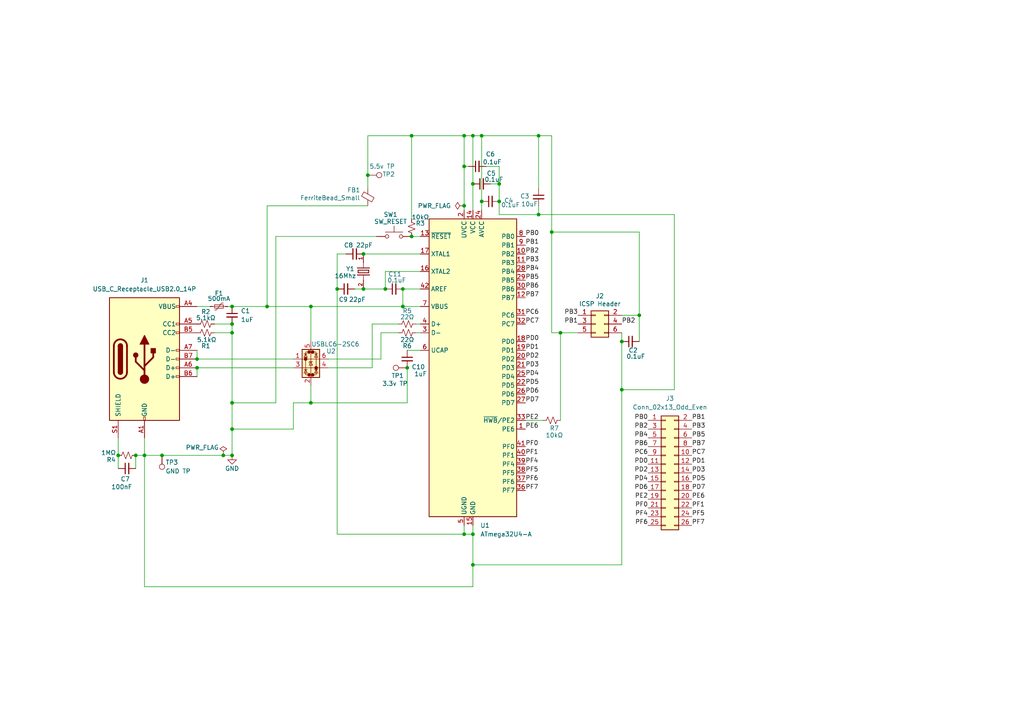
<source format=kicad_sch>
(kicad_sch (version 20250114) (generator "eeschema") (generator_version "9.0")
  (paper "A4")
  (title_block (date "2025-06-21") (rev "v0.2") (comment 3 "ATMEGA32U4 breakout microcontroller") (comment 4 "Author: Spencer Lommel"))
  (lib_symbols
    (symbol "Connector:TestPoint" (pin_numbers (hide yes)) (pin_names (offset 0.762) (hide yes))
      (property "Reference" "TP" (at 0 6.858 0))
      (property "Value" "TestPoint" (at 0 5.08 0))
      (symbol "TestPoint_0_1"
        (circle (center 0 3.302) (radius 0.762))
      )
      (symbol "TestPoint_1_1"
        (pin passive line (at 0 0 90) (length 2.54) (name "1") (number "1"))
      )
    )
    (symbol "Connector:USB_C_Receptacle_USB2.0_14P" (pin_names (offset 1.016))
      (property "Reference" "J" (at 0 22.225 0))
      (property "Value" "USB_C_Receptacle_USB2.0_14P" (at 0 19.685 0))
      (symbol "USB_C_Receptacle_USB2.0_14P_0_0"
        (rectangle (start -0.254 -17.78) (end 0.254 -16.764))
        (rectangle (start 10.16 15.494) (end 9.144 14.986))
        (rectangle (start 10.16 10.414) (end 9.144 9.906))
        (rectangle (start 10.16 7.874) (end 9.144 7.366))
        (rectangle (start 10.16 2.794) (end 9.144 2.286))
        (rectangle (start 10.16 0.254) (end 9.144 -0.254))
        (rectangle (start 10.16 -2.286) (end 9.144 -2.794))
        (rectangle (start 10.16 -4.826) (end 9.144 -5.334))
      )
      (symbol "USB_C_Receptacle_USB2.0_14P_0_1"
        (rectangle (start -10.16 17.78) (end 10.16 -17.78) (stroke (width 0.254)) (fill (type background)))
        (polyline (pts (xy -8.89 -3.81) (xy -8.89 3.81)) (stroke (width 0.508)))
        (rectangle (start -7.62 -3.81) (end -6.35 3.81) (stroke (width 0.254)) (fill (type outline)))
        (arc (start -7.62 3.81) (mid -6.985 4.4423) (end -6.35 3.81) (stroke (width 0.254)))
        (arc (start -7.62 3.81) (mid -6.985 4.4423) (end -6.35 3.81) (stroke (width 0.254)) (fill (type outline)))
        (arc (start -8.89 3.81) (mid -6.985 5.7067) (end -5.08 3.81) (stroke (width 0.508)))
        (arc (start -5.08 -3.81) (mid -6.985 -5.7067) (end -8.89 -3.81) (stroke (width 0.508)))
        (arc (start -6.35 -3.81) (mid -6.985 -4.4423) (end -7.62 -3.81) (stroke (width 0.254)))
        (arc (start -6.35 -3.81) (mid -6.985 -4.4423) (end -7.62 -3.81) (stroke (width 0.254)) (fill (type outline)))
        (polyline (pts (xy -5.08 3.81) (xy -5.08 -3.81)) (stroke (width 0.508)))
        (circle (center -2.54 1.143) (radius 0.635) (stroke (width 0.254)) (fill (type outline)))
        (polyline (pts (xy -1.27 4.318) (xy 0 6.858) (xy 1.27 4.318) (xy -1.27 4.318)) (stroke (width 0.254)) (fill (type outline)))
        (polyline (pts (xy 0 -2.032) (xy 2.54 0.508) (xy 2.54 1.778)) (stroke (width 0.508)))
        (polyline (pts (xy 0 -3.302) (xy -2.54 -0.762) (xy -2.54 0.508)) (stroke (width 0.508)))
        (polyline (pts (xy 0 -5.842) (xy 0 4.318)) (stroke (width 0.508)))
        (circle (center 0 -5.842) (radius 1.27) (fill (type outline)))
        (rectangle (start 1.905 1.778) (end 3.175 3.048) (stroke (width 0.254)) (fill (type outline)))
      )
      (symbol "USB_C_Receptacle_USB2.0_14P_1_1"
        (pin passive line (at -7.62 -22.86 90) (length 5.08) (name "SHIELD") (number "S1"))
        (pin passive line (at 0 -22.86 90) (length 5.08) (name "GND") (number "A1"))
        (pin passive line (at 0 -22.86 90) (length 5.08) (hide yes) (name "GND") (number "A12"))
        (pin passive line (at 0 -22.86 90) (length 5.08) (hide yes) (name "GND") (number "B1"))
        (pin passive line (at 0 -22.86 90) (length 5.08) (hide yes) (name "GND") (number "B12"))
        (pin passive line (at 15.24 15.24 180) (length 5.08) (name "VBUS") (number "A4"))
        (pin passive line (at 15.24 15.24 180) (length 5.08) (hide yes) (name "VBUS") (number "A9"))
        (pin passive line (at 15.24 15.24 180) (length 5.08) (hide yes) (name "VBUS") (number "B4"))
        (pin passive line (at 15.24 15.24 180) (length 5.08) (hide yes) (name "VBUS") (number "B9"))
        (pin bidirectional line (at 15.24 10.16 180) (length 5.08) (name "CC1") (number "A5"))
        (pin bidirectional line (at 15.24 7.62 180) (length 5.08) (name "CC2") (number "B5"))
        (pin bidirectional line (at 15.24 2.54 180) (length 5.08) (name "D-") (number "A7"))
        (pin bidirectional line (at 15.24 0 180) (length 5.08) (name "D-") (number "B7"))
        (pin bidirectional line (at 15.24 -2.54 180) (length 5.08) (name "D+") (number "A6"))
        (pin bidirectional line (at 15.24 -5.08 180) (length 5.08) (name "D+") (number "B6"))
      )
    )
    (symbol "Connector_Generic:Conn_02x03_Odd_Even" (pin_names (offset 1.016) (hide yes))
      (property "Reference" "J" (at 1.27 5.08 0))
      (property "Value" "Conn_02x03_Odd_Even" (at 1.27 -5.08 0))
      (symbol "Conn_02x03_Odd_Even_1_1"
        (rectangle (start -1.27 3.81) (end 3.81 -3.81) (stroke (width 0.254)) (fill (type background)))
        (rectangle (start -1.27 2.667) (end 0 2.413) (stroke (width 0.1524)))
        (rectangle (start -1.27 0.127) (end 0 -0.127) (stroke (width 0.1524)))
        (rectangle (start -1.27 -2.413) (end 0 -2.667) (stroke (width 0.1524)))
        (rectangle (start 3.81 2.667) (end 2.54 2.413) (stroke (width 0.1524)))
        (rectangle (start 3.81 0.127) (end 2.54 -0.127) (stroke (width 0.1524)))
        (rectangle (start 3.81 -2.413) (end 2.54 -2.667) (stroke (width 0.1524)))
        (pin passive line (at -5.08 2.54 0) (length 3.81) (name "Pin_1") (number "1"))
        (pin passive line (at -5.08 0 0) (length 3.81) (name "Pin_3") (number "3"))
        (pin passive line (at -5.08 -2.54 0) (length 3.81) (name "Pin_5") (number "5"))
        (pin passive line (at 7.62 2.54 180) (length 3.81) (name "Pin_2") (number "2"))
        (pin passive line (at 7.62 0 180) (length 3.81) (name "Pin_4") (number "4"))
        (pin passive line (at 7.62 -2.54 180) (length 3.81) (name "Pin_6") (number "6"))
      )
    )
    (symbol "Connector_Generic:Conn_02x13_Odd_Even" (pin_names (offset 1.016) (hide yes))
      (property "Reference" "J" (at 1.27 17.78 0))
      (property "Value" "Conn_02x13_Odd_Even" (at 1.27 -17.78 0))
      (symbol "Conn_02x13_Odd_Even_1_1"
        (rectangle (start -1.27 16.51) (end 3.81 -16.51) (stroke (width 0.254)) (fill (type background)))
        (rectangle (start -1.27 15.367) (end 0 15.113) (stroke (width 0.1524)))
        (rectangle (start -1.27 12.827) (end 0 12.573) (stroke (width 0.1524)))
        (rectangle (start -1.27 10.287) (end 0 10.033) (stroke (width 0.1524)))
        (rectangle (start -1.27 7.747) (end 0 7.493) (stroke (width 0.1524)))
        (rectangle (start -1.27 5.207) (end 0 4.953) (stroke (width 0.1524)))
        (rectangle (start -1.27 2.667) (end 0 2.413) (stroke (width 0.1524)))
        (rectangle (start -1.27 0.127) (end 0 -0.127) (stroke (width 0.1524)))
        (rectangle (start -1.27 -2.413) (end 0 -2.667) (stroke (width 0.1524)))
        (rectangle (start -1.27 -4.953) (end 0 -5.207) (stroke (width 0.1524)))
        (rectangle (start -1.27 -7.493) (end 0 -7.747) (stroke (width 0.1524)))
        (rectangle (start -1.27 -10.033) (end 0 -10.287) (stroke (width 0.1524)))
        (rectangle (start -1.27 -12.573) (end 0 -12.827) (stroke (width 0.1524)))
        (rectangle (start -1.27 -15.113) (end 0 -15.367) (stroke (width 0.1524)))
        (rectangle (start 3.81 15.367) (end 2.54 15.113) (stroke (width 0.1524)))
        (rectangle (start 3.81 12.827) (end 2.54 12.573) (stroke (width 0.1524)))
        (rectangle (start 3.81 10.287) (end 2.54 10.033) (stroke (width 0.1524)))
        (rectangle (start 3.81 7.747) (end 2.54 7.493) (stroke (width 0.1524)))
        (rectangle (start 3.81 5.207) (end 2.54 4.953) (stroke (width 0.1524)))
        (rectangle (start 3.81 2.667) (end 2.54 2.413) (stroke (width 0.1524)))
        (rectangle (start 3.81 0.127) (end 2.54 -0.127) (stroke (width 0.1524)))
        (rectangle (start 3.81 -2.413) (end 2.54 -2.667) (stroke (width 0.1524)))
        (rectangle (start 3.81 -4.953) (end 2.54 -5.207) (stroke (width 0.1524)))
        (rectangle (start 3.81 -7.493) (end 2.54 -7.747) (stroke (width 0.1524)))
        (rectangle (start 3.81 -10.033) (end 2.54 -10.287) (stroke (width 0.1524)))
        (rectangle (start 3.81 -12.573) (end 2.54 -12.827) (stroke (width 0.1524)))
        (rectangle (start 3.81 -15.113) (end 2.54 -15.367) (stroke (width 0.1524)))
        (pin passive line (at -5.08 15.24 0) (length 3.81) (name "Pin_1") (number "1"))
        (pin passive line (at -5.08 12.7 0) (length 3.81) (name "Pin_3") (number "3"))
        (pin passive line (at -5.08 10.16 0) (length 3.81) (name "Pin_5") (number "5"))
        (pin passive line (at -5.08 7.62 0) (length 3.81) (name "Pin_7") (number "7"))
        (pin passive line (at -5.08 5.08 0) (length 3.81) (name "Pin_9") (number "9"))
        (pin passive line (at -5.08 2.54 0) (length 3.81) (name "Pin_11") (number "11"))
        (pin passive line (at -5.08 0 0) (length 3.81) (name "Pin_13") (number "13"))
        (pin passive line (at -5.08 -2.54 0) (length 3.81) (name "Pin_15") (number "15"))
        (pin passive line (at -5.08 -5.08 0) (length 3.81) (name "Pin_17") (number "17"))
        (pin passive line (at -5.08 -7.62 0) (length 3.81) (name "Pin_19") (number "19"))
        (pin passive line (at -5.08 -10.16 0) (length 3.81) (name "Pin_21") (number "21"))
        (pin passive line (at -5.08 -12.7 0) (length 3.81) (name "Pin_23") (number "23"))
        (pin passive line (at -5.08 -15.24 0) (length 3.81) (name "Pin_25") (number "25"))
        (pin passive line (at 7.62 15.24 180) (length 3.81) (name "Pin_2") (number "2"))
        (pin passive line (at 7.62 12.7 180) (length 3.81) (name "Pin_4") (number "4"))
        (pin passive line (at 7.62 10.16 180) (length 3.81) (name "Pin_6") (number "6"))
        (pin passive line (at 7.62 7.62 180) (length 3.81) (name "Pin_8") (number "8"))
        (pin passive line (at 7.62 5.08 180) (length 3.81) (name "Pin_10") (number "10"))
        (pin passive line (at 7.62 2.54 180) (length 3.81) (name "Pin_12") (number "12"))
        (pin passive line (at 7.62 0 180) (length 3.81) (name "Pin_14") (number "14"))
        (pin passive line (at 7.62 -2.54 180) (length 3.81) (name "Pin_16") (number "16"))
        (pin passive line (at 7.62 -5.08 180) (length 3.81) (name "Pin_18") (number "18"))
        (pin passive line (at 7.62 -7.62 180) (length 3.81) (name "Pin_20") (number "20"))
        (pin passive line (at 7.62 -10.16 180) (length 3.81) (name "Pin_22") (number "22"))
        (pin passive line (at 7.62 -12.7 180) (length 3.81) (name "Pin_24") (number "24"))
        (pin passive line (at 7.62 -15.24 180) (length 3.81) (name "Pin_26") (number "26"))
      )
    )
    (symbol "Device:C_Small" (pin_numbers (hide yes)) (pin_names (offset 0.254) (hide yes))
      (property "Reference" "C" (at 0.254 1.778 0))
      (property "Value" "C_Small" (at 0.254 -2.032 0))
      (symbol "C_Small_0_1"
        (polyline (pts (xy -1.524 0.508) (xy 1.524 0.508)) (stroke (width 0.3048)))
        (polyline (pts (xy -1.524 -0.508) (xy 1.524 -0.508)) (stroke (width 0.3302)))
      )
      (symbol "C_Small_1_1"
        (pin passive line (at 0 2.54 270) (length 2.032) (name "~") (number "1"))
        (pin passive line (at 0 -2.54 90) (length 2.032) (name "~") (number "2"))
      )
    )
    (symbol "Device:FerriteBead_Small" (pin_numbers (hide yes)) (pin_names (offset 0))
      (property "Reference" "FB" (at 1.905 1.27 0))
      (property "Value" "FerriteBead_Small" (at 1.905 -1.27 0))
      (symbol "FerriteBead_Small_0_1"
        (polyline (pts (xy -1.8288 0.2794) (xy -1.1176 1.4986) (xy 1.8288 -0.2032) (xy 1.1176 -1.4224) (xy -1.8288 0.2794)))
        (polyline (pts (xy 0 0.889) (xy 0 1.2954)))
        (polyline (pts (xy 0 -1.27) (xy 0 -0.7874)))
      )
      (symbol "FerriteBead_Small_1_1"
        (pin passive line (at 0 2.54 270) (length 1.27) (name "~") (number "1"))
        (pin passive line (at 0 -2.54 90) (length 1.27) (name "~") (number "2"))
      )
    )
    (symbol "Device:Polyfuse_Small" (pin_numbers (hide yes)) (pin_names (offset 0))
      (property "Reference" "F" (at -1.905 0 90))
      (property "Value" "Polyfuse_Small" (at 1.905 0 90))
      (symbol "Polyfuse_Small_0_1"
        (polyline (pts (xy -1.016 1.27) (xy -1.016 0.762) (xy 1.016 -0.762) (xy 1.016 -1.27)))
        (rectangle (start -0.508 1.27) (end 0.508 -1.27))
        (polyline (pts (xy 0 2.54) (xy 0 -2.54)))
      )
      (symbol "Polyfuse_Small_1_1"
        (pin passive line (at 0 2.54 270) (length 0.635) (name "~") (number "1"))
        (pin passive line (at 0 -2.54 90) (length 0.635) (name "~") (number "2"))
      )
    )
    (symbol "Device:R_Small_US" (pin_numbers (hide yes)) (pin_names (offset 0.254) (hide yes))
      (property "Reference" "R" (at 0.762 0.508 0))
      (property "Value" "R_Small_US" (at 0.762 -1.016 0))
      (symbol "R_Small_US_1_1"
        (polyline (pts (xy 0 1.524) (xy 1.016 1.143) (xy 0 0.762) (xy -1.016 0.381) (xy 0 0)))
        (polyline (pts (xy 0 0) (xy 1.016 -0.381) (xy 0 -0.762) (xy -1.016 -1.143) (xy 0 -1.524)))
        (pin passive line (at 0 2.54 270) (length 1.016) (name "~") (number "1"))
        (pin passive line (at 0 -2.54 90) (length 1.016) (name "~") (number "2"))
      )
    )
    (symbol "ECS-160:ECS-160-20-5PX-TR" (pin_names (offset 1.016))
      (property "Reference" "Y" (at -5.0869 3.8152 0))
      (property "Value" "ECS-160-20-5PX-TR" (at -5.0903 -5.0903 0))
      (symbol "ECS-160-20-5PX-TR_0_0"
        (polyline (pts (xy -2.54 0) (xy -1.016 0)) (stroke (width 0.1524)))
        (polyline (pts (xy -1.016 1.778) (xy -1.016 -1.778)) (stroke (width 0.254)))
        (polyline (pts (xy -0.381 1.524) (xy -0.381 -1.524)) (stroke (width 0.254)))
        (polyline (pts (xy -0.381 -1.524) (xy 0.381 -1.524)) (stroke (width 0.254)))
        (polyline (pts (xy 0.381 1.524) (xy -0.381 1.524)) (stroke (width 0.254)))
        (polyline (pts (xy 0.381 -1.524) (xy 0.381 1.524)) (stroke (width 0.254)))
        (polyline (pts (xy 1.016 1.778) (xy 1.016 -1.778)) (stroke (width 0.254)))
        (polyline (pts (xy 1.016 0) (xy 2.54 0)) (stroke (width 0.1524)))
        (pin passive line (at -5.08 0 0) (length 2.54) (name "~") (number "1"))
        (pin passive line (at 5.08 0 180) (length 2.54) (name "~") (number "2"))
      )
    )
    (symbol "MCU_Microchip_ATmega:ATmega32U4-A"
      (property "Reference" "U" (at -12.7 44.45 0))
      (property "Value" "ATmega32U4-A" (at 2.54 -44.45 0))
      (symbol "ATmega32U4-A_0_1"
        (rectangle (start -12.7 -43.18) (end 12.7 43.18) (stroke (width 0.254)) (fill (type background)))
      )
      (symbol "ATmega32U4-A_1_1"
        (pin input line (at -15.24 38.1 0) (length 2.54) (name "~{RESET}") (number "13"))
        (pin input line (at -15.24 33.02 0) (length 2.54) (name "XTAL1") (number "17"))
        (pin output line (at -15.24 27.94 0) (length 2.54) (name "XTAL2") (number "16"))
        (pin passive line (at -15.24 22.86 0) (length 2.54) (name "AREF") (number "42"))
        (pin input line (at -15.24 17.78 0) (length 2.54) (name "VBUS") (number "7"))
        (pin bidirectional line (at -15.24 12.7 0) (length 2.54) (name "D+") (number "4"))
        (pin bidirectional line (at -15.24 10.16 0) (length 2.54) (name "D-") (number "3"))
        (pin passive line (at -15.24 5.08 0) (length 2.54) (name "UCAP") (number "6"))
        (pin power_in line (at -2.54 45.72 270) (length 2.54) (name "UVCC") (number "2"))
        (pin passive line (at -2.54 -45.72 90) (length 2.54) (name "UGND") (number "5"))
        (pin power_in line (at 0 45.72 270) (length 2.54) (name "VCC") (number "14"))
        (pin passive line (at 0 45.72 270) (length 2.54) (hide yes) (name "VCC") (number "34"))
        (pin power_in line (at 0 -45.72 90) (length 2.54) (name "GND") (number "15"))
        (pin passive line (at 0 -45.72 90) (length 2.54) (hide yes) (name "GND") (number "23"))
        (pin passive line (at 0 -45.72 90) (length 2.54) (hide yes) (name "GND") (number "35"))
        (pin passive line (at 0 -45.72 90) (length 2.54) (hide yes) (name "GND") (number "43"))
        (pin power_in line (at 2.54 45.72 270) (length 2.54) (name "AVCC") (number "24"))
        (pin passive line (at 2.54 45.72 270) (length 2.54) (hide yes) (name "AVCC") (number "44"))
        (pin bidirectional line (at 15.24 38.1 180) (length 2.54) (name "PB0") (number "8"))
        (pin bidirectional line (at 15.24 35.56 180) (length 2.54) (name "PB1") (number "9"))
        (pin bidirectional line (at 15.24 33.02 180) (length 2.54) (name "PB2") (number "10"))
        (pin bidirectional line (at 15.24 30.48 180) (length 2.54) (name "PB3") (number "11"))
        (pin bidirectional line (at 15.24 27.94 180) (length 2.54) (name "PB4") (number "28"))
        (pin bidirectional line (at 15.24 25.4 180) (length 2.54) (name "PB5") (number "29"))
        (pin bidirectional line (at 15.24 22.86 180) (length 2.54) (name "PB6") (number "30"))
        (pin bidirectional line (at 15.24 20.32 180) (length 2.54) (name "PB7") (number "12"))
        (pin bidirectional line (at 15.24 15.24 180) (length 2.54) (name "PC6") (number "31"))
        (pin bidirectional line (at 15.24 12.7 180) (length 2.54) (name "PC7") (number "32"))
        (pin bidirectional line (at 15.24 7.62 180) (length 2.54) (name "PD0") (number "18"))
        (pin bidirectional line (at 15.24 5.08 180) (length 2.54) (name "PD1") (number "19"))
        (pin bidirectional line (at 15.24 2.54 180) (length 2.54) (name "PD2") (number "20"))
        (pin bidirectional line (at 15.24 0 180) (length 2.54) (name "PD3") (number "21"))
        (pin bidirectional line (at 15.24 -2.54 180) (length 2.54) (name "PD4") (number "25"))
        (pin bidirectional line (at 15.24 -5.08 180) (length 2.54) (name "PD5") (number "22"))
        (pin bidirectional line (at 15.24 -7.62 180) (length 2.54) (name "PD6") (number "26"))
        (pin bidirectional line (at 15.24 -10.16 180) (length 2.54) (name "PD7") (number "27"))
        (pin bidirectional line (at 15.24 -15.24 180) (length 2.54) (name "~{HWB}/PE2") (number "33"))
        (pin bidirectional line (at 15.24 -17.78 180) (length 2.54) (name "PE6") (number "1"))
        (pin bidirectional line (at 15.24 -22.86 180) (length 2.54) (name "PF0") (number "41"))
        (pin bidirectional line (at 15.24 -25.4 180) (length 2.54) (name "PF1") (number "40"))
        (pin bidirectional line (at 15.24 -27.94 180) (length 2.54) (name "PF4") (number "39"))
        (pin bidirectional line (at 15.24 -30.48 180) (length 2.54) (name "PF5") (number "38"))
        (pin bidirectional line (at 15.24 -33.02 180) (length 2.54) (name "PF6") (number "37"))
        (pin bidirectional line (at 15.24 -35.56 180) (length 2.54) (name "PF7") (number "36"))
      )
    )
    (symbol "Power_Protection:USBLC6-2SC6" (pin_names (hide yes))
      (property "Reference" "U" (at 0.635 5.715 0))
      (property "Value" "USBLC6-2SC6" (at 0.635 3.81 0))
      (symbol "USBLC6-2SC6_0_0"
        (circle (center -1.524 0) (radius 0.0001) (stroke (width 0.508)))
        (circle (center -0.508 2.032) (radius 0.0001) (stroke (width 0.508)))
        (circle (center -0.508 -4.572) (radius 0.0001) (stroke (width 0.508)))
        (circle (center 0.508 2.032) (radius 0.0001) (stroke (width 0.508)))
        (circle (center 0.508 -4.572) (radius 0.0001) (stroke (width 0.508)))
        (circle (center 1.524 -2.54) (radius 0.0001) (stroke (width 0.508)))
      )
      (symbol "USBLC6-2SC6_0_1"
        (polyline (pts (xy -2.54 0) (xy 2.54 0)))
        (polyline (pts (xy -2.54 -2.54) (xy 2.54 -2.54)))
        (polyline (pts (xy -2.032 0.508) (xy -1.016 0.508) (xy -1.524 1.524) (xy -2.032 0.508)))
        (polyline (pts (xy -2.032 -3.048) (xy -1.016 -3.048)))
        (polyline (pts (xy -1.016 1.524) (xy -2.032 1.524)))
        (polyline (pts (xy -1.016 -4.064) (xy -2.032 -4.064) (xy -1.524 -3.048) (xy -1.016 -4.064)))
        (polyline (pts (xy -0.508 -1.143) (xy -0.508 -0.762) (xy 0.508 -0.762)))
        (polyline (pts (xy 0 2.54) (xy -0.508 2.032) (xy 0.508 2.032) (xy 0 1.524) (xy 0 -4.064) (xy -0.508 -4.572) (xy 0.508 -4.572) (xy 0 -5.08)))
        (polyline (pts (xy 0.508 -1.778) (xy -0.508 -1.778) (xy 0 -0.762) (xy 0.508 -1.778)))
        (polyline (pts (xy 1.016 1.524) (xy 2.032 1.524)))
        (polyline (pts (xy 1.016 -3.048) (xy 2.032 -3.048)))
        (polyline (pts (xy 2.032 0.508) (xy 1.016 0.508) (xy 1.524 1.524) (xy 2.032 0.508)))
        (polyline (pts (xy 2.032 -4.064) (xy 1.016 -4.064) (xy 1.524 -3.048) (xy 2.032 -4.064)))
      )
      (symbol "USBLC6-2SC6_1_1"
        (rectangle (start -2.54 2.794) (end 2.54 -5.334) (stroke (width 0.254)) (fill (type background)))
        (polyline (pts (xy -0.508 2.032) (xy -1.524 2.032) (xy -1.524 -4.572) (xy -0.508 -4.572)))
        (polyline (pts (xy 0.508 -4.572) (xy 1.524 -4.572) (xy 1.524 2.032) (xy 0.508 2.032)))
        (pin passive line (at -5.08 0 0) (length 2.54) (name "I/O1") (number "1"))
        (pin passive line (at -5.08 -2.54 0) (length 2.54) (name "I/O2") (number "3"))
        (pin passive line (at 0 5.08 270) (length 2.54) (name "VBUS") (number "5"))
        (pin passive line (at 0 -7.62 90) (length 2.54) (name "GND") (number "2"))
        (pin passive line (at 5.08 0 180) (length 2.54) (name "I/O1") (number "6"))
        (pin passive line (at 5.08 -2.54 180) (length 2.54) (name "I/O2") (number "4"))
      )
    )
    (symbol "Switch:SW_Push" (pin_numbers (hide yes)) (pin_names (offset 1.016) (hide yes))
      (property "Reference" "SW" (at 1.27 2.54 0))
      (property "Value" "SW_Push" (at 0 -1.524 0))
      (symbol "SW_Push_0_1"
        (circle (center -2.032 0) (radius 0.508))
        (polyline (pts (xy 0 1.27) (xy 0 3.048)))
        (circle (center 2.032 0) (radius 0.508))
        (polyline (pts (xy 2.54 1.27) (xy -2.54 1.27)))
        (pin passive line (at -5.08 0 0) (length 2.54) (name "1") (number "1"))
        (pin passive line (at 5.08 0 180) (length 2.54) (name "2") (number "2"))
      )
    )
    (symbol "power:GND" (power) (pin_numbers (hide yes)) (pin_names (offset 0) (hide yes))
      (property "Value" "GND" (at 0 -3.81 0))
      (symbol "GND_0_1"
        (polyline (pts (xy 0 0) (xy 0 -1.27) (xy 1.27 -1.27) (xy 0 -2.54) (xy -1.27 -1.27) (xy 0 -1.27)))
      )
      (symbol "GND_1_1"
        (pin power_in line (at 0 0 270) (length 0) (name "~") (number "1"))
      )
    )
    (symbol "power:PWR_FLAG" (power) (pin_numbers (hide yes)) (pin_names (offset 0) (hide yes))
      (property "Value" "PWR_FLAG" (at 0 3.81 0))
      (symbol "PWR_FLAG_0_0"
        (pin power_out line (at 0 0 90) (length 0) (name "~") (number "1"))
      )
      (symbol "PWR_FLAG_0_1"
        (polyline (pts (xy 0 0) (xy 0 1.27) (xy -1.016 1.905) (xy 0 2.54) (xy 1.016 1.905) (xy 0 1.27)))
      )
    )
  )
  (junction (at 137.16 53.34))
  (junction (at 180.34 113.03))
  (junction (at 137.16 163.83))
  (junction (at 105.41 83.82))
  (junction (at 105.41 73.66))
  (junction (at 144.78 58.42))
  (junction (at 144.78 53.34))
  (junction (at 156.21 62.23))
  (junction (at 57.15 104.14))
  (junction (at 90.17 116.84))
  (junction (at 116.84 83.82))
  (junction (at 106.68 50.8))
  (junction (at 64.77 132.08))
  (junction (at 118.11 106.68))
  (junction (at 134.62 39.37))
  (junction (at 162.56 96.52))
  (junction (at 67.31 96.52))
  (junction (at 67.31 132.08))
  (junction (at 156.21 39.37))
  (junction (at 180.34 99.06))
  (junction (at 116.84 88.9))
  (junction (at 39.37 132.08))
  (junction (at 97.79 83.82))
  (junction (at 119.38 68.58))
  (junction (at 77.47 88.9))
  (junction (at 134.62 48.26))
  (junction (at 137.16 154.94))
  (junction (at 139.7 39.37))
  (junction (at 67.31 93.98))
  (junction (at 46.99 132.08))
  (junction (at 111.76 83.82))
  (junction (at 137.16 39.37))
  (junction (at 67.31 88.9))
  (junction (at 119.38 39.37))
  (junction (at 134.62 59.69))
  (junction (at 57.15 106.68))
  (junction (at 67.31 116.84))
  (junction (at 34.29 132.08))
  (junction (at 134.62 154.94))
  (junction (at 67.31 124.46))
  (junction (at 160.02 67.31))
  (junction (at 90.17 88.9))
  (junction (at 41.91 132.08))
  (junction (at 185.42 91.44))
  (junction (at 139.7 58.42))
  (wire (pts (xy 140.97 48.26) (xy 144.78 48.26)))
  (wire (pts (xy 137.16 53.34) (xy 137.16 60.96)))
  (wire (pts (xy 67.31 96.52) (xy 67.31 116.84)))
  (wire (pts (xy 41.91 132.08) (xy 46.99 132.08)))
  (wire (pts (xy 180.34 96.52) (xy 180.34 99.06)))
  (wire (pts (xy 118.11 116.84) (xy 90.17 116.84)))
  (wire (pts (xy 156.21 39.37) (xy 160.02 39.37)))
  (wire (pts (xy 180.34 113.03) (xy 195.58 113.03)))
  (wire (pts (xy 90.17 88.9) (xy 90.17 99.06)))
  (wire (pts (xy 106.68 59.69) (xy 77.47 59.69)))
  (wire (pts (xy 137.16 163.83) (xy 137.16 154.94)))
  (wire (pts (xy 90.17 88.9) (xy 116.84 88.9)))
  (wire (pts (xy 180.34 113.03) (xy 180.34 163.83)))
  (wire (pts (xy 90.17 116.84) (xy 85.09 116.84)))
  (wire (pts (xy 106.68 50.8) (xy 106.68 54.61)))
  (wire (pts (xy 160.02 67.31) (xy 160.02 39.37)))
  (wire (pts (xy 160.02 96.52) (xy 160.02 67.31)))
  (wire (pts (xy 97.79 83.82) (xy 97.79 73.66)))
  (wire (pts (xy 97.79 73.66) (xy 100.33 73.66)))
  (wire (pts (xy 139.7 39.37) (xy 139.7 58.42)))
  (wire (pts (xy 137.16 39.37) (xy 137.16 53.34)))
  (wire (pts (xy 80.01 68.58) (xy 109.22 68.58)))
  (wire (pts (xy 119.38 39.37) (xy 134.62 39.37)))
  (wire (pts (xy 142.24 53.34) (xy 144.78 53.34)))
  (wire (pts (xy 67.31 88.9) (xy 77.47 88.9)))
  (wire (pts (xy 97.79 83.82) (xy 97.79 154.94)))
  (wire (pts (xy 80.01 68.58) (xy 80.01 116.84)))
  (wire (pts (xy 95.25 106.68) (xy 107.95 106.68)))
  (wire (pts (xy 137.16 39.37) (xy 139.7 39.37)))
  (wire (pts (xy 185.42 91.44) (xy 185.42 67.31)))
  (wire (pts (xy 39.37 135.89) (xy 39.37 132.08)))
  (wire (pts (xy 106.68 39.37) (xy 106.68 50.8)))
  (wire (pts (xy 111.76 78.74) (xy 111.76 83.82)))
  (wire (pts (xy 67.31 93.98) (xy 67.31 96.52)))
  (wire (pts (xy 41.91 132.08) (xy 41.91 170.18)))
  (wire (pts (xy 134.62 48.26) (xy 135.89 48.26)))
  (wire (pts (xy 134.62 39.37) (xy 137.16 39.37)))
  (wire (pts (xy 106.68 39.37) (xy 119.38 39.37)))
  (wire (pts (xy 180.34 91.44) (xy 185.42 91.44)))
  (wire (pts (xy 57.15 106.68) (xy 57.15 109.22)))
  (wire (pts (xy 134.62 59.69) (xy 134.62 60.96)))
  (wire (pts (xy 105.41 73.66) (xy 121.92 73.66)))
  (wire (pts (xy 64.77 132.08) (xy 67.31 132.08)))
  (wire (pts (xy 195.58 62.23) (xy 195.58 113.03)))
  (wire (pts (xy 180.34 99.06) (xy 180.34 113.03)))
  (wire (pts (xy 41.91 127) (xy 41.91 132.08)))
  (wire (pts (xy 137.16 154.94) (xy 137.16 152.4)))
  (wire (pts (xy 180.34 163.83) (xy 137.16 163.83)))
  (wire (pts (xy 156.21 39.37) (xy 156.21 54.61)))
  (wire (pts (xy 90.17 111.76) (xy 90.17 116.84)))
  (wire (pts (xy 67.31 116.84) (xy 67.31 124.46)))
  (wire (pts (xy 144.78 53.34) (xy 144.78 58.42)))
  (wire (pts (xy 120.65 96.52) (xy 121.92 96.52)))
  (wire (pts (xy 46.99 132.08) (xy 64.77 132.08)))
  (wire (pts (xy 144.78 48.26) (xy 144.78 53.34)))
  (wire (pts (xy 102.87 83.82) (xy 105.41 83.82)))
  (wire (pts (xy 119.38 68.58) (xy 121.92 68.58)))
  (wire (pts (xy 185.42 67.31) (xy 160.02 67.31)))
  (wire (pts (xy 111.76 83.82) (xy 105.41 83.82)))
  (wire (pts (xy 110.49 104.14) (xy 110.49 96.52)))
  (wire (pts (xy 39.37 132.08) (xy 41.91 132.08)))
  (wire (pts (xy 116.84 88.9) (xy 121.92 88.9)))
  (wire (pts (xy 152.4 121.92) (xy 157.48 121.92)))
  (wire (pts (xy 144.78 58.42) (xy 144.78 62.23)))
  (wire (pts (xy 85.09 116.84) (xy 85.09 124.46)))
  (wire (pts (xy 95.25 104.14) (xy 110.49 104.14)))
  (wire (pts (xy 137.16 170.18) (xy 137.16 163.83)))
  (wire (pts (xy 121.92 78.74) (xy 111.76 78.74)))
  (wire (pts (xy 134.62 154.94) (xy 137.16 154.94)))
  (wire (pts (xy 107.95 93.98) (xy 115.57 93.98)))
  (wire (pts (xy 85.09 124.46) (xy 67.31 124.46)))
  (wire (pts (xy 77.47 59.69) (xy 77.47 88.9)))
  (wire (pts (xy 118.11 106.68) (xy 118.11 116.84)))
  (wire (pts (xy 80.01 116.84) (xy 67.31 116.84)))
  (wire (pts (xy 57.15 106.68) (xy 85.09 106.68)))
  (wire (pts (xy 41.91 170.18) (xy 137.16 170.18)))
  (wire (pts (xy 156.21 62.23) (xy 195.58 62.23)))
  (wire (pts (xy 97.79 154.94) (xy 134.62 154.94)))
  (wire (pts (xy 162.56 96.52) (xy 162.56 121.92)))
  (wire (pts (xy 57.15 101.6) (xy 57.15 104.14)))
  (wire (pts (xy 134.62 152.4) (xy 134.62 154.94)))
  (wire (pts (xy 167.64 96.52) (xy 162.56 96.52)))
  (wire (pts (xy 162.56 96.52) (xy 160.02 96.52)))
  (wire (pts (xy 107.95 106.68) (xy 107.95 93.98)))
  (wire (pts (xy 116.84 83.82) (xy 121.92 83.82)))
  (wire (pts (xy 62.23 96.52) (xy 67.31 96.52)))
  (wire (pts (xy 134.62 39.37) (xy 134.62 48.26)))
  (wire (pts (xy 139.7 39.37) (xy 156.21 39.37)))
  (wire (pts (xy 134.62 48.26) (xy 134.62 59.69)))
  (wire (pts (xy 116.84 83.82) (xy 116.84 88.9)))
  (wire (pts (xy 67.31 124.46) (xy 67.31 132.08)))
  (wire (pts (xy 156.21 59.69) (xy 156.21 62.23)))
  (wire (pts (xy 118.11 101.6) (xy 121.92 101.6)))
  (wire (pts (xy 144.78 62.23) (xy 156.21 62.23)))
  (wire (pts (xy 57.15 104.14) (xy 85.09 104.14)))
  (wire (pts (xy 34.29 132.08) (xy 34.29 135.89)))
  (wire (pts (xy 34.29 127) (xy 34.29 132.08)))
  (wire (pts (xy 77.47 88.9) (xy 90.17 88.9)))
  (wire (pts (xy 66.04 88.9) (xy 67.31 88.9)))
  (wire (pts (xy 120.65 93.98) (xy 121.92 93.98)))
  (wire (pts (xy 57.15 88.9) (xy 60.96 88.9)))
  (wire (pts (xy 139.7 58.42) (xy 139.7 60.96)))
  (wire (pts (xy 185.42 91.44) (xy 185.42 99.06)))
  (wire (pts (xy 110.49 96.52) (xy 115.57 96.52)))
  (wire (pts (xy 119.38 39.37) (xy 119.38 63.5)))
  (wire (pts (xy 62.23 93.98) (xy 67.31 93.98)))
  (label "PB7" (at 200.66 129.54 0))
  (label "PF1" (at 152.4 132.08 0))
  (label "PF7" (at 152.4 142.24 0))
  (label "PD4" (at 152.4 109.22 0))
  (label "PB2" (at 187.96 124.46 180))
  (label "PB1" (at 152.4 71.12 0))
  (label "PE6" (at 200.66 144.78 0))
  (label "PD2" (at 187.96 137.16 180))
  (label "PB3" (at 200.66 124.46 0))
  (label "PB6" (at 187.96 129.54 180))
  (label "PF0" (at 187.96 147.32 180))
  (label "PB1" (at 200.66 121.92 0))
  (label "PF6" (at 152.4 139.7 0))
  (label "PD6" (at 187.96 142.24 180))
  (label "PB1" (at 167.64 93.98 180))
  (label "PF5" (at 200.66 149.86 0))
  (label "PC7" (at 152.4 93.98 0))
  (label "PD5" (at 200.66 139.7 0))
  (label "PD1" (at 200.66 134.62 0))
  (label "PD3" (at 152.4 106.68 0))
  (label "PD4" (at 187.96 139.7 180))
  (label "PD6" (at 152.4 114.3 0))
  (label "PE2" (at 187.96 144.78 180))
  (label "PB3" (at 167.64 91.44 180))
  (label "PD7" (at 152.4 116.84 0))
  (label "PE6" (at 152.4 124.46 0))
  (label "PD7" (at 200.66 142.24 0))
  (label "PB4" (at 187.96 127 180))
  (label "PF4" (at 152.4 134.62 0))
  (label "PB5" (at 152.4 81.28 0))
  (label "PB7" (at 152.4 86.36 0))
  (label "PC6" (at 187.96 132.08 180))
  (label "PD1" (at 152.4 101.6 0))
  (label "PD3" (at 200.66 137.16 0))
  (label "PD2" (at 152.4 104.14 0))
  (label "PF7" (at 200.66 152.4 0))
  (label "PB5" (at 200.66 127 0))
  (label "PB4" (at 152.4 78.74 0))
  (label "PB2" (at 152.4 73.66 0))
  (label "PC7" (at 200.66 132.08 0))
  (label "PB3" (at 152.4 76.2 0))
  (label "PE2" (at 152.4 121.92 0))
  (label "PD0" (at 187.96 134.62 180))
  (label "PF1" (at 200.66 147.32 0))
  (label "PC6" (at 152.4 91.44 0))
  (label "PB2" (at 180.34 93.98 0))
  (label "PB0" (at 187.96 121.92 180))
  (label "PB6" (at 152.4 83.82 0))
  (label "PB0" (at 152.4 68.58 0))
  (label "PD5" (at 152.4 111.76 0))
  (label "PF6" (at 187.96 152.4 180))
  (label "PF5" (at 152.4 137.16 0))
  (label "PF4" (at 187.96 149.86 180))
  (label "PF0" (at 152.4 129.54 0))
  (label "PD0" (at 152.4 99.06 0))
  (symbol (lib_id "Device:R_Small_US") (at 160.02 121.92 90) (unit 1)
    (property "Reference" "R7" (at 160.782 124.206 90))
    (property "Value" "10kΩ" (at 160.782 126.238 90))
    (property "Description" "Resistor, small US symbol" (effects (hide yes)))
  )
  (symbol (lib_id "Device:C_Small") (at 182.88 99.06 90) (unit 1)
    (property "Reference" "C2" (at 183.642 101.6 90))
    (property "Value" "0.1uF" (at 184.404 103.378 90))
    (property "Description" "Unpolarized capacitor, small symbol" (effects (hide yes)))
  )
  (symbol (lib_id "Device:C_Small") (at 36.83 135.89 90) (unit 1)
    (property "Reference" "C7" (at 36.322 138.938 90))
    (property "Value" "100nF" (at 35.306 141.224 90))
    (property "Description" "Unpolarized capacitor, small symbol" (effects (hide yes)))
  )
  (symbol (lib_id "Device:R_Small_US") (at 118.11 96.52 90) (unit 1)
    (property "Reference" "R6" (at 118.11 100.33 90))
    (property "Value" "22Ω" (at 118.11 98.552 90))
    (property "Description" "Resistor, small US symbol" (effects (hide yes)))
  )
  (symbol (lib_id "Device:R_Small_US") (at 59.69 93.98 90) (unit 1)
    (property "Reference" "R2" (at 59.69 90.424 90))
    (property "Value" "5.1kΩ" (at 59.69 92.202 90))
    (property "Description" "Resistor, small US symbol" (effects (hide yes)))
  )
  (symbol (lib_id "Connector_Generic:Conn_02x13_Odd_Even") (at 193.04 137.16 0) (unit 1)
    (property "Reference" "J3" (at 194.31 115.57 0))
    (property "Value" "Conn_02x13_Odd_Even" (at 194.31 118.11 0))
    (property "Description" "Generic connector, double row, 02x13, odd/even pin numbering scheme (row 1 odd numbers, row 2 even numbers), script generated (kicad-library-utils/schlib/autogen/connector/)" (effects (hide yes)))
  )
  (symbol (lib_id "Connector:TestPoint") (at 46.99 132.08 180) (unit 1)
    (property "Reference" "TP3" (at 48.006 134.112 0) (effects (justify right)))
    (property "Value" "GND TP" (at 48.006 136.652 0) (effects (justify right)))
    (property "Description" "test point" (effects (hide yes)))
  )
  (symbol (lib_id "power:GND") (at 67.31 132.08 0) (unit 1)
    (property "Reference" "#PWR03" (effects (hide yes)))
    (property "Value" "GND" (at 67.31 135.89 0))
    (property "Description" "Power symbol creates a global label with name \"GND\" , ground" (effects (hide yes)))
  )
  (symbol (lib_id "power:PWR_FLAG") (at 64.77 132.08 0) (unit 1)
    (property "Reference" "#FLG01" (effects (hide yes)))
    (property "Value" "PWR_FLAG" (at 58.674 129.794 0))
    (property "Description" "Special symbol for telling ERC where power comes from" (effects (hide yes)))
  )
  (symbol (lib_id "Device:C_Small") (at 114.3 83.82 90) (unit 1)
    (property "Reference" "C11" (at 114.554 79.502 90))
    (property "Value" "0.1uF" (at 115.062 81.28 90))
    (property "Description" "Unpolarized capacitor, small symbol" (effects (hide yes)))
  )
  (symbol (lib_id "Connector:TestPoint") (at 118.11 106.68 90) (unit 1)
    (property "Reference" "TP1" (at 115.316 108.966 90))
    (property "Value" "3.3v TP" (at 114.554 111.252 90))
    (property "Description" "test point" (effects (hide yes)))
  )
  (symbol (lib_id "power:PWR_FLAG") (at 134.62 59.69 90) (unit 1)
    (property "Reference" "#FLG02" (effects (hide yes)))
    (property "Value" "PWR_FLAG" (at 130.81 59.6899 90) (effects (justify left)))
    (property "Description" "Special symbol for telling ERC where power comes from" (effects (hide yes)))
  )
  (symbol (lib_id "ECS-160:ECS-160-20-5PX-TR") (at 105.41 78.74 270) (unit 1)
    (property "Reference" "Y1" (at 100.33 77.978 90) (effects (justify left)))
    (property "Value" "16Mhz" (at 97.028 80.01 90) (effects (justify left)))
    (property "Footprint" "Library:XTAL_ECS-160-20-5PX-TR" (effects (hide yes)))
    (property "PARTREV" "2017" (effects (hide yes)))
    (property "MANUFACTURER" "ECS INC." (effects (hide yes)))
    (property "STANDARD" "Manufacturer recommendations" (effects (hide yes)))
  )
  (symbol (lib_id "Device:R_Small_US") (at 119.38 66.04 0) (unit 1)
    (property "Reference" "R3" (at 121.92 64.77 0))
    (property "Value" "10kΩ" (at 121.92 62.992 0))
    (property "Description" "Resistor, small US symbol" (effects (hide yes)))
  )
  (symbol (lib_id "Device:C_Small") (at 142.24 58.42 90) (unit 1)
    (property "Reference" "C4" (at 147.574 58.166 90))
    (property "Value" "0.1uF" (at 148.082 59.436 90))
    (property "Description" "Unpolarized capacitor, small symbol" (effects (hide yes)))
  )
  (symbol (lib_id "Device:R_Small_US") (at 36.83 132.08 90) (unit 1)
    (property "Reference" "R4" (at 32.258 133.35 90))
    (property "Value" "1MΩ" (at 31.496 131.318 90))
    (property "Description" "Resistor, small US symbol" (effects (hide yes)))
  )
  (symbol (lib_id "Device:C_Small") (at 139.7 53.34 90) (unit 1)
    (property "Reference" "C5" (at 142.494 50.292 90))
    (property "Value" "0.1uF" (at 143.256 52.07 90))
    (property "Description" "Unpolarized capacitor, small symbol" (effects (hide yes)))
  )
  (symbol (lib_id "Connector:TestPoint") (at 106.68 50.8 270) (unit 1)
    (property "Reference" "TP2" (at 114.554 50.546 90) (effects (justify right)))
    (property "Value" "5.5v TP" (at 114.554 48.26 90) (effects (justify right)))
    (property "Description" "test point" (effects (hide yes)))
  )
  (symbol (lib_id "Device:C_Small") (at 118.11 104.14 0) (unit 1)
    (property "Reference" "C10" (at 119.38 106.426 0) (effects (justify left)))
    (property "Value" "1uF" (at 120.142 108.458 0) (effects (justify left)))
    (property "Description" "Unpolarized capacitor, small symbol" (effects (hide yes)))
  )
  (symbol (lib_id "Device:C_Small") (at 67.31 91.44 0) (unit 1)
    (property "Reference" "C1" (at 69.85 90.1762 0) (effects (justify left)))
    (property "Value" "1uF" (at 69.85 92.7162 0) (effects (justify left)))
    (property "Description" "Unpolarized capacitor, small symbol" (effects (hide yes)))
  )
  (symbol (lib_id "Switch:SW_Push") (at 114.3 68.58 0) (unit 1)
    (property "Reference" "SW1" (at 113.284 62.23 0))
    (property "Value" "SW_RESET" (at 113.284 64.262 0))
    (property "Description" "Push button switch, generic, two pins" (effects (hide yes)))
  )
  (symbol (lib_id "Device:C_Small") (at 156.21 57.15 0) (unit 1)
    (property "Reference" "C3" (at 150.876 56.896 0) (effects (justify left)))
    (property "Value" "10uF" (at 151.13 59.182 0) (effects (justify left)))
    (property "Description" "Unpolarized capacitor, small symbol" (effects (hide yes)))
  )
  (symbol (lib_id "Device:R_Small_US") (at 59.69 96.52 90) (unit 1)
    (property "Reference" "R1" (at 59.69 100.33 90))
    (property "Value" "5.1kΩ" (at 59.944 98.552 90))
    (property "Description" "Resistor, small US symbol" (effects (hide yes)))
  )
  (symbol (lib_id "Device:C_Small") (at 102.87 73.66 90) (unit 1)
    (property "Reference" "C8" (at 101.092 71.12 90))
    (property "Value" "22pF" (at 105.664 71.12 90))
    (property "Description" "Unpolarized capacitor, small symbol" (effects (hide yes)))
  )
  (symbol (lib_id "Device:FerriteBead_Small") (at 106.68 57.15 0) (unit 1)
    (property "Reference" "FB1" (at 102.616 55.118 0))
    (property "Value" "FerriteBead_Small" (at 95.758 57.404 0))
    (property "Description" "Ferrite bead, small symbol" (effects (hide yes)))
  )
  (symbol (lib_id "Device:C_Small") (at 100.33 83.82 90) (unit 1)
    (property "Reference" "C9" (at 99.568 86.868 90))
    (property "Value" "22pF" (at 103.632 86.868 90))
    (property "Description" "Unpolarized capacitor, small symbol" (effects (hide yes)))
  )
  (symbol (lib_id "Connector:USB_C_Receptacle_USB2.0_14P") (at 41.91 104.14 0) (unit 1)
    (property "Reference" "J1" (at 41.91 81.28 0))
    (property "Value" "USB_C_Receptacle_USB2.0_14P" (at 41.91 83.82 0))
    (property "Datasheet" "https://www.usb.org/sites/default/files/documents/usb_type-c.zip" (effects (hide yes)))
    (property "Description" "USB 2.0-only 14P Type-C Receptacle connector" (effects (hide yes)))
  )
  (symbol (lib_id "Device:C_Small") (at 138.43 48.26 90) (unit 1)
    (property "Reference" "C6" (at 142.24 44.704 90))
    (property "Value" "0.1uF" (at 142.748 46.99 90))
    (property "Description" "Unpolarized capacitor, small symbol" (effects (hide yes)))
  )
  (symbol (lib_id "Device:R_Small_US") (at 118.11 93.98 90) (unit 1)
    (property "Reference" "R5" (at 118.11 90.17 90))
    (property "Value" "22Ω" (at 118.11 91.948 90))
    (property "Description" "Resistor, small US symbol" (effects (hide yes)))
  )
  (symbol (lib_id "Power_Protection:USBLC6-2SC6") (at 90.17 104.14 0) (unit 1)
    (property "Reference" "U2" (at 96.012 101.854 0))
    (property "Value" "USBLC6-2SC6" (at 97.282 99.822 0))
    (property "Footprint" "Package_TO_SOT_SMD:SOT-23-6" (effects (hide yes)))
    (property "Datasheet" "https://www.st.com/resource/en/datasheet/usblc6-2.pdf" (effects (hide yes)))
    (property "Description" "Very low capacitance ESD protection diode, 2 data-line, SOT-23-6" (effects (hide yes)))
  )
  (symbol (lib_id "Connector_Generic:Conn_02x03_Odd_Even") (at 172.72 93.98 0) (unit 1)
    (property "Reference" "J2" (at 173.99 85.852 0))
    (property "Value" "ICSP Header" (at 173.99 88.138 0))
    (property "Description" "Generic connector, double row, 02x03, odd/even pin numbering scheme (row 1 odd numbers, row 2 even numbers), script generated (kicad-library-utils/schlib/autogen/connector/)" (effects (hide yes)))
  )
  (symbol (lib_id "Device:Polyfuse_Small") (at 63.5 88.9 90) (unit 1)
    (property "Reference" "F1" (at 63.5 85.09 90))
    (property "Value" "500mA" (at 63.5 86.614 90))
    (property "Description" "Resettable fuse, polymeric positive temperature coefficient, small symbol" (effects (hide yes)))
  )
  (symbol (lib_id "MCU_Microchip_ATmega:ATmega32U4-A") (at 137.16 106.68 0) (unit 1)
    (property "Reference" "U1" (at 139.3033 152.4 0) (effects (justify left)))
    (property "Value" "ATmega32U4-A" (at 139.3033 154.94 0) (effects (justify left)))
    (property "Footprint" "Package_QFP:TQFP-44_10x10mm_P0.8mm" (effects (hide yes)))
    (property "Datasheet" "http://ww1.microchip.com/downloads/en/DeviceDoc/Atmel-7766-8-bit-AVR-ATmega16U4-32U4_Datasheet.pdf" (effects (hide yes)))
    (property "Description" "16MHz, 32kB Flash, 2.5kB SRAM, 1kB EEPROM, USB 2.0, TQFP-44" (effects (hide yes)))
  )
)
</source>
